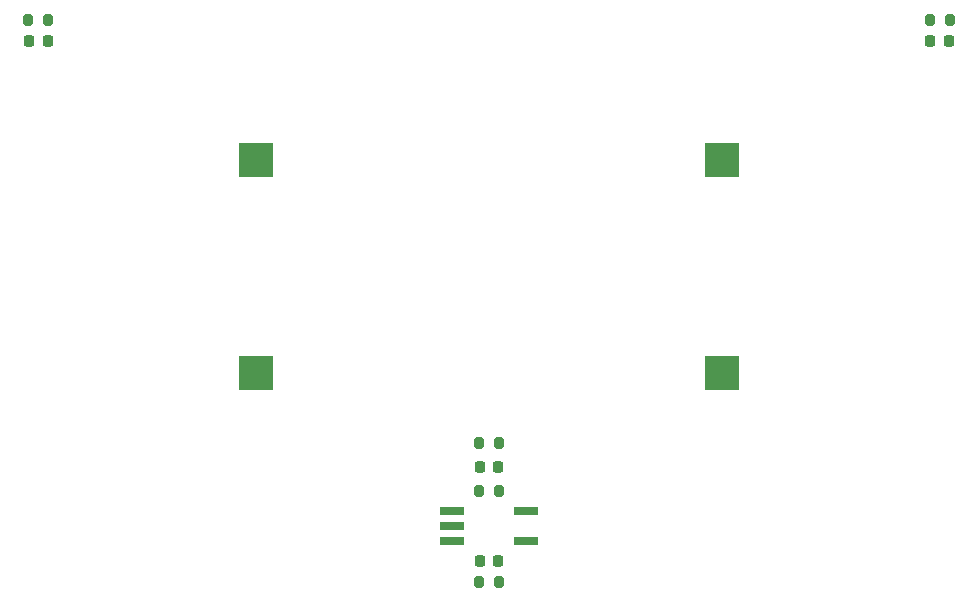
<source format=gbr>
%TF.GenerationSoftware,KiCad,Pcbnew,8.0.1*%
%TF.CreationDate,2024-09-21T22:08:13+09:00*%
%TF.ProjectId,Kicker-20240411,4b69636b-6572-42d3-9230-323430343131,rev?*%
%TF.SameCoordinates,Original*%
%TF.FileFunction,Paste,Top*%
%TF.FilePolarity,Positive*%
%FSLAX46Y46*%
G04 Gerber Fmt 4.6, Leading zero omitted, Abs format (unit mm)*
G04 Created by KiCad (PCBNEW 8.0.1) date 2024-09-21 22:08:13*
%MOMM*%
%LPD*%
G01*
G04 APERTURE LIST*
G04 Aperture macros list*
%AMRoundRect*
0 Rectangle with rounded corners*
0 $1 Rounding radius*
0 $2 $3 $4 $5 $6 $7 $8 $9 X,Y pos of 4 corners*
0 Add a 4 corners polygon primitive as box body*
4,1,4,$2,$3,$4,$5,$6,$7,$8,$9,$2,$3,0*
0 Add four circle primitives for the rounded corners*
1,1,$1+$1,$2,$3*
1,1,$1+$1,$4,$5*
1,1,$1+$1,$6,$7*
1,1,$1+$1,$8,$9*
0 Add four rect primitives between the rounded corners*
20,1,$1+$1,$2,$3,$4,$5,0*
20,1,$1+$1,$4,$5,$6,$7,0*
20,1,$1+$1,$6,$7,$8,$9,0*
20,1,$1+$1,$8,$9,$2,$3,0*%
G04 Aperture macros list end*
%ADD10RoundRect,0.200000X-0.200000X-0.275000X0.200000X-0.275000X0.200000X0.275000X-0.200000X0.275000X0*%
%ADD11RoundRect,0.225000X-0.225000X-0.250000X0.225000X-0.250000X0.225000X0.250000X-0.225000X0.250000X0*%
%ADD12R,2.000000X0.640000*%
%ADD13RoundRect,0.200000X0.200000X0.275000X-0.200000X0.275000X-0.200000X-0.275000X0.200000X-0.275000X0*%
%ADD14R,3.000000X3.000000*%
G04 APERTURE END LIST*
D10*
%TO.C,R5*%
X-819681Y-28500000D03*
X830319Y-28500000D03*
%TD*%
D11*
%TO.C,C2*%
X37375000Y9535700D03*
X38925000Y9535700D03*
%TD*%
%TO.C,C3*%
X-38925000Y9535700D03*
X-37375000Y9535700D03*
%TD*%
D10*
%TO.C,R2*%
X-39025000Y11335700D03*
X-37375000Y11335700D03*
%TD*%
%TO.C,R3*%
X-819681Y-36250000D03*
X830319Y-36250000D03*
%TD*%
D12*
%TO.C,D2*%
X3155319Y-32770000D03*
X3155319Y-30230000D03*
X-3144681Y-30230000D03*
X-3144681Y-31500000D03*
X-3144681Y-32770000D03*
%TD*%
D11*
%TO.C,C7*%
X-775000Y-26500000D03*
X775000Y-26500000D03*
%TD*%
D13*
%TO.C,R1*%
X39025000Y11335700D03*
X37375000Y11335700D03*
%TD*%
D14*
%TO.C,U3*%
X-19750000Y-514300D03*
X-19750000Y-18514300D03*
X19750000Y-514300D03*
X19750000Y-18514300D03*
%TD*%
D10*
%TO.C,R4*%
X-825000Y-24500000D03*
X825000Y-24500000D03*
%TD*%
D11*
%TO.C,C5*%
X-769681Y-34500000D03*
X780319Y-34500000D03*
%TD*%
M02*

</source>
